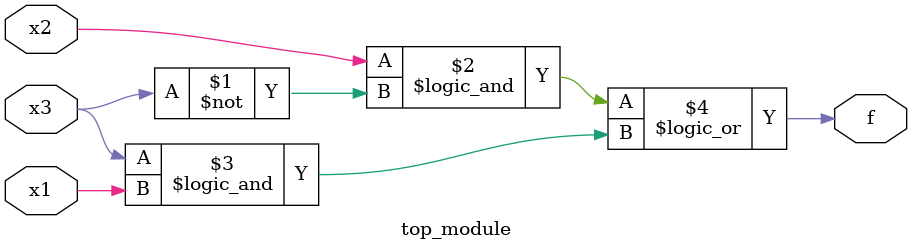
<source format=v>
module top_module( 
    input x3,
    input x2,
    input x1,  // three inputs
    output f   // one output
);
    assign f  = (x2 && ~x3) || (x3 && x1);
       
endmodule


</source>
